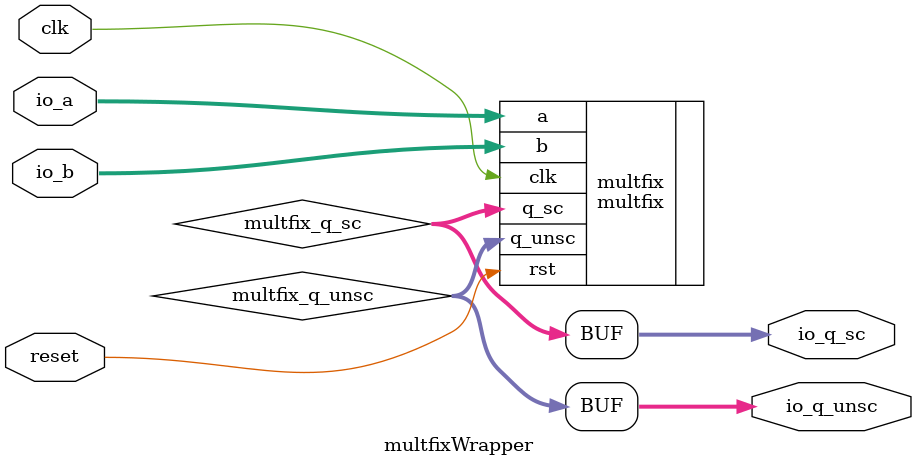
<source format=v>
module multfixWrapper(input clk, input reset,
    input [15:0] io_a,
    input [15:0] io_b,
    output[15:0] io_q_sc,
    output[15:0] io_q_unsc
);

  wire[15:0] multfix_q_sc;
  wire[15:0] multfix_q_unsc;


  assign io_q_unsc = multfix_q_unsc;
  assign io_q_sc = multfix_q_sc;
  multfix # (
    .WIDTH(16),
    .CYCLES(2)
  ) multfix(.clk(clk), .rst(reset),
       .a( io_a ),
       .b( io_b ),
       .q_sc( multfix_q_sc ),
       .q_unsc( multfix_q_unsc )
  );
endmodule


</source>
